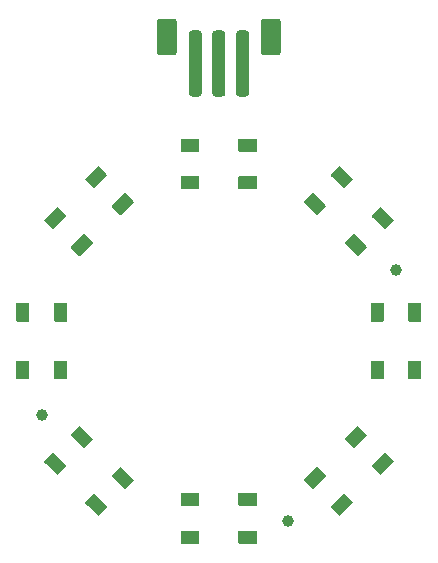
<source format=gts>
G04 #@! TF.GenerationSoftware,KiCad,Pcbnew,5.1.9+dfsg1-1~bpo10+1*
G04 #@! TF.CreationDate,2021-03-13T20:18:45+00:00*
G04 #@! TF.ProjectId,ringLight,72696e67-4c69-4676-9874-2e6b69636164,rev?*
G04 #@! TF.SameCoordinates,Original*
G04 #@! TF.FileFunction,Soldermask,Top*
G04 #@! TF.FilePolarity,Negative*
%FSLAX46Y46*%
G04 Gerber Fmt 4.6, Leading zero omitted, Abs format (unit mm)*
G04 Created by KiCad (PCBNEW 5.1.9+dfsg1-1~bpo10+1) date 2021-03-13 20:18:45*
%MOMM*%
%LPD*%
G01*
G04 APERTURE LIST*
%ADD10C,1.000000*%
G04 APERTURE END LIST*
D10*
X5842000Y-15240000D03*
X-15000000Y-6250000D03*
X15000000Y6000000D03*
G36*
G01*
X1649000Y12900000D02*
X1649000Y13900000D01*
G75*
G02*
X1700000Y13951000I51000J0D01*
G01*
X3200000Y13951000D01*
G75*
G02*
X3251000Y13900000I0J-51000D01*
G01*
X3251000Y12900000D01*
G75*
G02*
X3200000Y12849000I-51000J0D01*
G01*
X1700000Y12849000D01*
G75*
G02*
X1649000Y12900000I0J51000D01*
G01*
G37*
G36*
G01*
X1649000Y16100000D02*
X1649000Y17100000D01*
G75*
G02*
X1700000Y17151000I51000J0D01*
G01*
X3200000Y17151000D01*
G75*
G02*
X3251000Y17100000I0J-51000D01*
G01*
X3251000Y16100000D01*
G75*
G02*
X3200000Y16049000I-51000J0D01*
G01*
X1700000Y16049000D01*
G75*
G02*
X1649000Y16100000I0J51000D01*
G01*
G37*
G36*
G01*
X-3251000Y12900000D02*
X-3251000Y13900000D01*
G75*
G02*
X-3200000Y13951000I51000J0D01*
G01*
X-1700000Y13951000D01*
G75*
G02*
X-1649000Y13900000I0J-51000D01*
G01*
X-1649000Y12900000D01*
G75*
G02*
X-1700000Y12849000I-51000J0D01*
G01*
X-3200000Y12849000D01*
G75*
G02*
X-3251000Y12900000I0J51000D01*
G01*
G37*
G36*
G01*
X-3251000Y16100000D02*
X-3251000Y17100000D01*
G75*
G02*
X-3200000Y17151000I51000J0D01*
G01*
X-1700000Y17151000D01*
G75*
G02*
X-1649000Y17100000I0J-51000D01*
G01*
X-1649000Y16100000D01*
G75*
G02*
X-1700000Y16049000I-51000J0D01*
G01*
X-3200000Y16049000D01*
G75*
G02*
X-3251000Y16100000I0J51000D01*
G01*
G37*
G36*
G01*
X-14076621Y9479014D02*
X-14783727Y10186120D01*
G75*
G02*
X-14783727Y10258244I36062J36062D01*
G01*
X-13723067Y11318904D01*
G75*
G02*
X-13650943Y11318904I36062J-36062D01*
G01*
X-12943837Y10611798D01*
G75*
G02*
X-12943837Y10539674I-36062J-36062D01*
G01*
X-14004497Y9479014D01*
G75*
G02*
X-14076621Y9479014I-36062J36062D01*
G01*
G37*
G36*
G01*
X-11813880Y7216273D02*
X-12520986Y7923379D01*
G75*
G02*
X-12520986Y7995503I36062J36062D01*
G01*
X-11460326Y9056163D01*
G75*
G02*
X-11388202Y9056163I36062J-36062D01*
G01*
X-10681096Y8349057D01*
G75*
G02*
X-10681096Y8276933I-36062J-36062D01*
G01*
X-11741756Y7216273D01*
G75*
G02*
X-11813880Y7216273I-36062J36062D01*
G01*
G37*
G36*
G01*
X-10611798Y12943837D02*
X-11318904Y13650943D01*
G75*
G02*
X-11318904Y13723067I36062J36062D01*
G01*
X-10258244Y14783727D01*
G75*
G02*
X-10186120Y14783727I36062J-36062D01*
G01*
X-9479014Y14076621D01*
G75*
G02*
X-9479014Y14004497I-36062J-36062D01*
G01*
X-10539674Y12943837D01*
G75*
G02*
X-10611798Y12943837I-36062J36062D01*
G01*
G37*
G36*
G01*
X-8349057Y10681096D02*
X-9056163Y11388202D01*
G75*
G02*
X-9056163Y11460326I36062J36062D01*
G01*
X-7995503Y12520986D01*
G75*
G02*
X-7923379Y12520986I36062J-36062D01*
G01*
X-7216273Y11813880D01*
G75*
G02*
X-7216273Y11741756I-36062J-36062D01*
G01*
X-8276933Y10681096D01*
G75*
G02*
X-8349057Y10681096I-36062J36062D01*
G01*
G37*
G36*
G01*
X-12900000Y1649000D02*
X-13900000Y1649000D01*
G75*
G02*
X-13951000Y1700000I0J51000D01*
G01*
X-13951000Y3200000D01*
G75*
G02*
X-13900000Y3251000I51000J0D01*
G01*
X-12900000Y3251000D01*
G75*
G02*
X-12849000Y3200000I0J-51000D01*
G01*
X-12849000Y1700000D01*
G75*
G02*
X-12900000Y1649000I-51000J0D01*
G01*
G37*
G36*
G01*
X-16100000Y1649000D02*
X-17100000Y1649000D01*
G75*
G02*
X-17151000Y1700000I0J51000D01*
G01*
X-17151000Y3200000D01*
G75*
G02*
X-17100000Y3251000I51000J0D01*
G01*
X-16100000Y3251000D01*
G75*
G02*
X-16049000Y3200000I0J-51000D01*
G01*
X-16049000Y1700000D01*
G75*
G02*
X-16100000Y1649000I-51000J0D01*
G01*
G37*
G36*
G01*
X-12900000Y-3251000D02*
X-13900000Y-3251000D01*
G75*
G02*
X-13951000Y-3200000I0J51000D01*
G01*
X-13951000Y-1700000D01*
G75*
G02*
X-13900000Y-1649000I51000J0D01*
G01*
X-12900000Y-1649000D01*
G75*
G02*
X-12849000Y-1700000I0J-51000D01*
G01*
X-12849000Y-3200000D01*
G75*
G02*
X-12900000Y-3251000I-51000J0D01*
G01*
G37*
G36*
G01*
X-16100000Y-3251000D02*
X-17100000Y-3251000D01*
G75*
G02*
X-17151000Y-3200000I0J51000D01*
G01*
X-17151000Y-1700000D01*
G75*
G02*
X-17100000Y-1649000I51000J0D01*
G01*
X-16100000Y-1649000D01*
G75*
G02*
X-16049000Y-1700000I0J-51000D01*
G01*
X-16049000Y-3200000D01*
G75*
G02*
X-16100000Y-3251000I-51000J0D01*
G01*
G37*
G36*
G01*
X-9479014Y-14076621D02*
X-10186120Y-14783727D01*
G75*
G02*
X-10258244Y-14783727I-36062J36062D01*
G01*
X-11318904Y-13723067D01*
G75*
G02*
X-11318904Y-13650943I36062J36062D01*
G01*
X-10611798Y-12943837D01*
G75*
G02*
X-10539674Y-12943837I36062J-36062D01*
G01*
X-9479014Y-14004497D01*
G75*
G02*
X-9479014Y-14076621I-36062J-36062D01*
G01*
G37*
G36*
G01*
X-7216273Y-11813880D02*
X-7923379Y-12520986D01*
G75*
G02*
X-7995503Y-12520986I-36062J36062D01*
G01*
X-9056163Y-11460326D01*
G75*
G02*
X-9056163Y-11388202I36062J36062D01*
G01*
X-8349057Y-10681096D01*
G75*
G02*
X-8276933Y-10681096I36062J-36062D01*
G01*
X-7216273Y-11741756D01*
G75*
G02*
X-7216273Y-11813880I-36062J-36062D01*
G01*
G37*
G36*
G01*
X-12943837Y-10611798D02*
X-13650943Y-11318904D01*
G75*
G02*
X-13723067Y-11318904I-36062J36062D01*
G01*
X-14783727Y-10258244D01*
G75*
G02*
X-14783727Y-10186120I36062J36062D01*
G01*
X-14076621Y-9479014D01*
G75*
G02*
X-14004497Y-9479014I36062J-36062D01*
G01*
X-12943837Y-10539674D01*
G75*
G02*
X-12943837Y-10611798I-36062J-36062D01*
G01*
G37*
G36*
G01*
X-10681096Y-8349057D02*
X-11388202Y-9056163D01*
G75*
G02*
X-11460326Y-9056163I-36062J36062D01*
G01*
X-12520986Y-7995503D01*
G75*
G02*
X-12520986Y-7923379I36062J36062D01*
G01*
X-11813880Y-7216273D01*
G75*
G02*
X-11741756Y-7216273I36062J-36062D01*
G01*
X-10681096Y-8276933D01*
G75*
G02*
X-10681096Y-8349057I-36062J-36062D01*
G01*
G37*
G36*
G01*
X-1649000Y-12900000D02*
X-1649000Y-13900000D01*
G75*
G02*
X-1700000Y-13951000I-51000J0D01*
G01*
X-3200000Y-13951000D01*
G75*
G02*
X-3251000Y-13900000I0J51000D01*
G01*
X-3251000Y-12900000D01*
G75*
G02*
X-3200000Y-12849000I51000J0D01*
G01*
X-1700000Y-12849000D01*
G75*
G02*
X-1649000Y-12900000I0J-51000D01*
G01*
G37*
G36*
G01*
X-1649000Y-16100000D02*
X-1649000Y-17100000D01*
G75*
G02*
X-1700000Y-17151000I-51000J0D01*
G01*
X-3200000Y-17151000D01*
G75*
G02*
X-3251000Y-17100000I0J51000D01*
G01*
X-3251000Y-16100000D01*
G75*
G02*
X-3200000Y-16049000I51000J0D01*
G01*
X-1700000Y-16049000D01*
G75*
G02*
X-1649000Y-16100000I0J-51000D01*
G01*
G37*
G36*
G01*
X3251000Y-12900000D02*
X3251000Y-13900000D01*
G75*
G02*
X3200000Y-13951000I-51000J0D01*
G01*
X1700000Y-13951000D01*
G75*
G02*
X1649000Y-13900000I0J51000D01*
G01*
X1649000Y-12900000D01*
G75*
G02*
X1700000Y-12849000I51000J0D01*
G01*
X3200000Y-12849000D01*
G75*
G02*
X3251000Y-12900000I0J-51000D01*
G01*
G37*
G36*
G01*
X3251000Y-16100000D02*
X3251000Y-17100000D01*
G75*
G02*
X3200000Y-17151000I-51000J0D01*
G01*
X1700000Y-17151000D01*
G75*
G02*
X1649000Y-17100000I0J51000D01*
G01*
X1649000Y-16100000D01*
G75*
G02*
X1700000Y-16049000I51000J0D01*
G01*
X3200000Y-16049000D01*
G75*
G02*
X3251000Y-16100000I0J-51000D01*
G01*
G37*
G36*
G01*
X14076621Y-9479014D02*
X14783727Y-10186120D01*
G75*
G02*
X14783727Y-10258244I-36062J-36062D01*
G01*
X13723067Y-11318904D01*
G75*
G02*
X13650943Y-11318904I-36062J36062D01*
G01*
X12943837Y-10611798D01*
G75*
G02*
X12943837Y-10539674I36062J36062D01*
G01*
X14004497Y-9479014D01*
G75*
G02*
X14076621Y-9479014I36062J-36062D01*
G01*
G37*
G36*
G01*
X11813880Y-7216273D02*
X12520986Y-7923379D01*
G75*
G02*
X12520986Y-7995503I-36062J-36062D01*
G01*
X11460326Y-9056163D01*
G75*
G02*
X11388202Y-9056163I-36062J36062D01*
G01*
X10681096Y-8349057D01*
G75*
G02*
X10681096Y-8276933I36062J36062D01*
G01*
X11741756Y-7216273D01*
G75*
G02*
X11813880Y-7216273I36062J-36062D01*
G01*
G37*
G36*
G01*
X10611798Y-12943837D02*
X11318904Y-13650943D01*
G75*
G02*
X11318904Y-13723067I-36062J-36062D01*
G01*
X10258244Y-14783727D01*
G75*
G02*
X10186120Y-14783727I-36062J36062D01*
G01*
X9479014Y-14076621D01*
G75*
G02*
X9479014Y-14004497I36062J36062D01*
G01*
X10539674Y-12943837D01*
G75*
G02*
X10611798Y-12943837I36062J-36062D01*
G01*
G37*
G36*
G01*
X8349057Y-10681096D02*
X9056163Y-11388202D01*
G75*
G02*
X9056163Y-11460326I-36062J-36062D01*
G01*
X7995503Y-12520986D01*
G75*
G02*
X7923379Y-12520986I-36062J36062D01*
G01*
X7216273Y-11813880D01*
G75*
G02*
X7216273Y-11741756I36062J36062D01*
G01*
X8276933Y-10681096D01*
G75*
G02*
X8349057Y-10681096I36062J-36062D01*
G01*
G37*
G36*
G01*
X12900000Y-1649000D02*
X13900000Y-1649000D01*
G75*
G02*
X13951000Y-1700000I0J-51000D01*
G01*
X13951000Y-3200000D01*
G75*
G02*
X13900000Y-3251000I-51000J0D01*
G01*
X12900000Y-3251000D01*
G75*
G02*
X12849000Y-3200000I0J51000D01*
G01*
X12849000Y-1700000D01*
G75*
G02*
X12900000Y-1649000I51000J0D01*
G01*
G37*
G36*
G01*
X16100000Y-1649000D02*
X17100000Y-1649000D01*
G75*
G02*
X17151000Y-1700000I0J-51000D01*
G01*
X17151000Y-3200000D01*
G75*
G02*
X17100000Y-3251000I-51000J0D01*
G01*
X16100000Y-3251000D01*
G75*
G02*
X16049000Y-3200000I0J51000D01*
G01*
X16049000Y-1700000D01*
G75*
G02*
X16100000Y-1649000I51000J0D01*
G01*
G37*
G36*
G01*
X12900000Y3251000D02*
X13900000Y3251000D01*
G75*
G02*
X13951000Y3200000I0J-51000D01*
G01*
X13951000Y1700000D01*
G75*
G02*
X13900000Y1649000I-51000J0D01*
G01*
X12900000Y1649000D01*
G75*
G02*
X12849000Y1700000I0J51000D01*
G01*
X12849000Y3200000D01*
G75*
G02*
X12900000Y3251000I51000J0D01*
G01*
G37*
G36*
G01*
X16100000Y3251000D02*
X17100000Y3251000D01*
G75*
G02*
X17151000Y3200000I0J-51000D01*
G01*
X17151000Y1700000D01*
G75*
G02*
X17100000Y1649000I-51000J0D01*
G01*
X16100000Y1649000D01*
G75*
G02*
X16049000Y1700000I0J51000D01*
G01*
X16049000Y3200000D01*
G75*
G02*
X16100000Y3251000I51000J0D01*
G01*
G37*
G36*
G01*
X9479014Y14076621D02*
X10186120Y14783727D01*
G75*
G02*
X10258244Y14783727I36062J-36062D01*
G01*
X11318904Y13723067D01*
G75*
G02*
X11318904Y13650943I-36062J-36062D01*
G01*
X10611798Y12943837D01*
G75*
G02*
X10539674Y12943837I-36062J36062D01*
G01*
X9479014Y14004497D01*
G75*
G02*
X9479014Y14076621I36062J36062D01*
G01*
G37*
G36*
G01*
X7216273Y11813880D02*
X7923379Y12520986D01*
G75*
G02*
X7995503Y12520986I36062J-36062D01*
G01*
X9056163Y11460326D01*
G75*
G02*
X9056163Y11388202I-36062J-36062D01*
G01*
X8349057Y10681096D01*
G75*
G02*
X8276933Y10681096I-36062J36062D01*
G01*
X7216273Y11741756D01*
G75*
G02*
X7216273Y11813880I36062J36062D01*
G01*
G37*
G36*
G01*
X12943837Y10611798D02*
X13650943Y11318904D01*
G75*
G02*
X13723067Y11318904I36062J-36062D01*
G01*
X14783727Y10258244D01*
G75*
G02*
X14783727Y10186120I-36062J-36062D01*
G01*
X14076621Y9479014D01*
G75*
G02*
X14004497Y9479014I-36062J36062D01*
G01*
X12943837Y10539674D01*
G75*
G02*
X12943837Y10611798I36062J36062D01*
G01*
G37*
G36*
G01*
X10681096Y8349057D02*
X11388202Y9056163D01*
G75*
G02*
X11460326Y9056163I36062J-36062D01*
G01*
X12520986Y7995503D01*
G75*
G02*
X12520986Y7923379I-36062J-36062D01*
G01*
X11813880Y7216273D01*
G75*
G02*
X11741756Y7216273I-36062J36062D01*
G01*
X10681096Y8276933D01*
G75*
G02*
X10681096Y8349057I36062J36062D01*
G01*
G37*
G36*
G01*
X3549000Y24464937D02*
X3549000Y27035063D01*
G75*
G02*
X3814937Y27301000I265937J0D01*
G01*
X4985063Y27301000D01*
G75*
G02*
X5251000Y27035063I0J-265937D01*
G01*
X5251000Y24464937D01*
G75*
G02*
X4985063Y24199000I-265937J0D01*
G01*
X3814937Y24199000D01*
G75*
G02*
X3549000Y24464937I0J265937D01*
G01*
G37*
G36*
G01*
X-5251000Y24464937D02*
X-5251000Y27035063D01*
G75*
G02*
X-4985063Y27301000I265937J0D01*
G01*
X-3814937Y27301000D01*
G75*
G02*
X-3549000Y27035063I0J-265937D01*
G01*
X-3549000Y24464937D01*
G75*
G02*
X-3814937Y24199000I-265937J0D01*
G01*
X-4985063Y24199000D01*
G75*
G02*
X-5251000Y24464937I0J265937D01*
G01*
G37*
G36*
G01*
X1449000Y20974500D02*
X1449000Y26025500D01*
G75*
G02*
X1724500Y26301000I275500J0D01*
G01*
X2275500Y26301000D01*
G75*
G02*
X2551000Y26025500I0J-275500D01*
G01*
X2551000Y20974500D01*
G75*
G02*
X2275500Y20699000I-275500J0D01*
G01*
X1724500Y20699000D01*
G75*
G02*
X1449000Y20974500I0J275500D01*
G01*
G37*
G36*
G01*
X-551000Y20974500D02*
X-551000Y26025500D01*
G75*
G02*
X-275500Y26301000I275500J0D01*
G01*
X275500Y26301000D01*
G75*
G02*
X551000Y26025500I0J-275500D01*
G01*
X551000Y20974500D01*
G75*
G02*
X275500Y20699000I-275500J0D01*
G01*
X-275500Y20699000D01*
G75*
G02*
X-551000Y20974500I0J275500D01*
G01*
G37*
G36*
G01*
X-2551000Y20974500D02*
X-2551000Y26025500D01*
G75*
G02*
X-2275500Y26301000I275500J0D01*
G01*
X-1724500Y26301000D01*
G75*
G02*
X-1449000Y26025500I0J-275500D01*
G01*
X-1449000Y20974500D01*
G75*
G02*
X-1724500Y20699000I-275500J0D01*
G01*
X-2275500Y20699000D01*
G75*
G02*
X-2551000Y20974500I0J275500D01*
G01*
G37*
M02*

</source>
